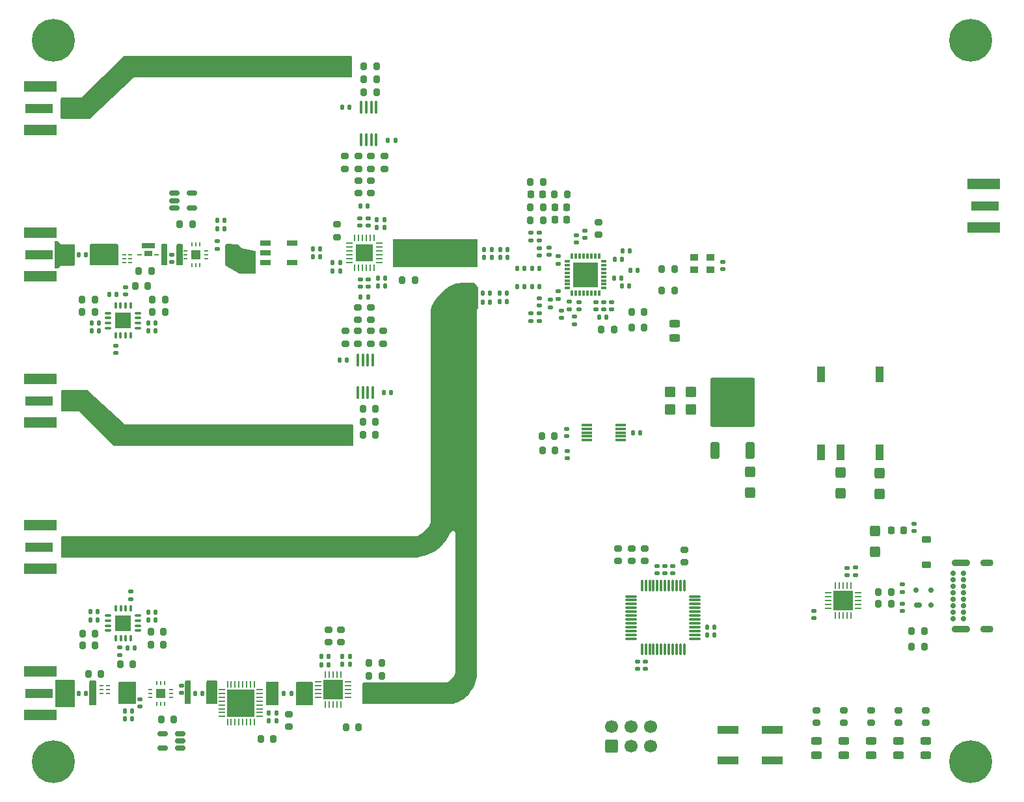
<source format=gbr>
%TF.GenerationSoftware,KiCad,Pcbnew,8.0.0*%
%TF.CreationDate,2024-03-17T22:04:36-04:00*%
%TF.ProjectId,S-Band Transceiver,532d4261-6e64-4205-9472-616e73636569,v1.0*%
%TF.SameCoordinates,Original*%
%TF.FileFunction,Soldermask,Top*%
%TF.FilePolarity,Negative*%
%FSLAX46Y46*%
G04 Gerber Fmt 4.6, Leading zero omitted, Abs format (unit mm)*
G04 Created by KiCad (PCBNEW 8.0.0) date 2024-03-17 22:04:36*
%MOMM*%
%LPD*%
G01*
G04 APERTURE LIST*
G04 Aperture macros list*
%AMRoundRect*
0 Rectangle with rounded corners*
0 $1 Rounding radius*
0 $2 $3 $4 $5 $6 $7 $8 $9 X,Y pos of 4 corners*
0 Add a 4 corners polygon primitive as box body*
4,1,4,$2,$3,$4,$5,$6,$7,$8,$9,$2,$3,0*
0 Add four circle primitives for the rounded corners*
1,1,$1+$1,$2,$3*
1,1,$1+$1,$4,$5*
1,1,$1+$1,$6,$7*
1,1,$1+$1,$8,$9*
0 Add four rect primitives between the rounded corners*
20,1,$1+$1,$2,$3,$4,$5,0*
20,1,$1+$1,$4,$5,$6,$7,0*
20,1,$1+$1,$6,$7,$8,$9,0*
20,1,$1+$1,$8,$9,$2,$3,0*%
G04 Aperture macros list end*
%ADD10RoundRect,0.200000X0.200000X0.275000X-0.200000X0.275000X-0.200000X-0.275000X0.200000X-0.275000X0*%
%ADD11RoundRect,0.140000X-0.170000X0.140000X-0.170000X-0.140000X0.170000X-0.140000X0.170000X0.140000X0*%
%ADD12C,5.562600*%
%ADD13RoundRect,0.147500X-0.172500X0.147500X-0.172500X-0.147500X0.172500X-0.147500X0.172500X0.147500X0*%
%ADD14RoundRect,0.147500X0.172500X-0.147500X0.172500X0.147500X-0.172500X0.147500X-0.172500X-0.147500X0*%
%ADD15RoundRect,0.140000X-0.140000X-0.170000X0.140000X-0.170000X0.140000X0.170000X-0.140000X0.170000X0*%
%ADD16RoundRect,0.140000X0.140000X0.170000X-0.140000X0.170000X-0.140000X-0.170000X0.140000X-0.170000X0*%
%ADD17RoundRect,0.218750X0.218750X0.256250X-0.218750X0.256250X-0.218750X-0.256250X0.218750X-0.256250X0*%
%ADD18RoundRect,0.140000X0.170000X-0.140000X0.170000X0.140000X-0.170000X0.140000X-0.170000X-0.140000X0*%
%ADD19RoundRect,0.200000X-0.200000X-0.275000X0.200000X-0.275000X0.200000X0.275000X-0.200000X0.275000X0*%
%ADD20RoundRect,0.200000X-0.275000X0.200000X-0.275000X-0.200000X0.275000X-0.200000X0.275000X0.200000X0*%
%ADD21RoundRect,0.062500X0.062500X-0.375000X0.062500X0.375000X-0.062500X0.375000X-0.062500X-0.375000X0*%
%ADD22RoundRect,0.062500X0.375000X-0.062500X0.375000X0.062500X-0.375000X0.062500X-0.375000X-0.062500X0*%
%ADD23R,2.300000X2.300000*%
%ADD24RoundRect,0.225000X-0.225000X-0.250000X0.225000X-0.250000X0.225000X0.250000X-0.225000X0.250000X0*%
%ADD25C,0.700000*%
%ADD26O,2.400000X0.900000*%
%ADD27O,1.700000X0.900000*%
%ADD28RoundRect,0.147500X0.147500X0.172500X-0.147500X0.172500X-0.147500X-0.172500X0.147500X-0.172500X0*%
%ADD29RoundRect,0.200000X0.275000X-0.200000X0.275000X0.200000X-0.275000X0.200000X-0.275000X-0.200000X0*%
%ADD30R,1.000000X0.900000*%
%ADD31RoundRect,0.062500X0.337500X0.062500X-0.337500X0.062500X-0.337500X-0.062500X0.337500X-0.062500X0*%
%ADD32RoundRect,0.062500X0.062500X0.337500X-0.062500X0.337500X-0.062500X-0.337500X0.062500X-0.337500X0*%
%ADD33R,3.600000X3.600000*%
%ADD34RoundRect,0.225000X-0.375000X0.225000X-0.375000X-0.225000X0.375000X-0.225000X0.375000X0.225000X0*%
%ADD35RoundRect,0.250000X-0.425000X0.450000X-0.425000X-0.450000X0.425000X-0.450000X0.425000X0.450000X0*%
%ADD36RoundRect,0.100000X-0.100000X0.712500X-0.100000X-0.712500X0.100000X-0.712500X0.100000X0.712500X0*%
%ADD37RoundRect,0.250000X0.450000X0.425000X-0.450000X0.425000X-0.450000X-0.425000X0.450000X-0.425000X0*%
%ADD38R,0.300000X0.800000*%
%ADD39R,0.800000X0.300000*%
%ADD40R,3.250000X3.250000*%
%ADD41RoundRect,0.250000X0.600000X-0.600000X0.600000X0.600000X-0.600000X0.600000X-0.600000X-0.600000X0*%
%ADD42C,1.700000*%
%ADD43RoundRect,0.150000X0.512500X0.150000X-0.512500X0.150000X-0.512500X-0.150000X0.512500X-0.150000X0*%
%ADD44RoundRect,0.075000X-0.350000X-0.075000X0.350000X-0.075000X0.350000X0.075000X-0.350000X0.075000X0*%
%ADD45RoundRect,0.075000X-0.075000X-0.350000X0.075000X-0.350000X0.075000X0.350000X-0.075000X0.350000X0*%
%ADD46R,2.100000X2.100000*%
%ADD47R,0.550000X0.250000*%
%ADD48R,4.200000X1.350000*%
%ADD49R,3.600000X1.270000*%
%ADD50RoundRect,0.243750X0.456250X-0.243750X0.456250X0.243750X-0.456250X0.243750X-0.456250X-0.243750X0*%
%ADD51R,2.750000X1.000000*%
%ADD52R,1.400000X0.300000*%
%ADD53R,0.300000X0.250000*%
%ADD54RoundRect,0.125000X-0.175000X0.000000X0.175000X0.000000X0.175000X0.000000X-0.175000X0.000000X0*%
%ADD55R,1.000000X0.726000*%
%ADD56R,1.792000X0.736000*%
%ADD57RoundRect,0.062500X0.062500X-0.350000X0.062500X0.350000X-0.062500X0.350000X-0.062500X-0.350000X0*%
%ADD58RoundRect,0.062500X0.350000X-0.062500X0.350000X0.062500X-0.350000X0.062500X-0.350000X-0.062500X0*%
%ADD59R,2.500000X2.500000*%
%ADD60RoundRect,0.147500X-0.147500X-0.172500X0.147500X-0.172500X0.147500X0.172500X-0.147500X0.172500X0*%
%ADD61R,1.000000X2.100000*%
%ADD62RoundRect,0.075000X0.350000X0.075000X-0.350000X0.075000X-0.350000X-0.075000X0.350000X-0.075000X0*%
%ADD63RoundRect,0.075000X0.075000X0.350000X-0.075000X0.350000X-0.075000X-0.350000X0.075000X-0.350000X0*%
%ADD64R,1.400000X0.760000*%
%ADD65RoundRect,0.250000X0.425000X-0.450000X0.425000X0.450000X-0.425000X0.450000X-0.425000X-0.450000X0*%
%ADD66RoundRect,0.150000X-0.512500X-0.150000X0.512500X-0.150000X0.512500X0.150000X-0.512500X0.150000X0*%
%ADD67R,0.510000X0.250000*%
%ADD68R,0.250000X0.510000*%
%ADD69R,1.250000X1.250000*%
%ADD70RoundRect,0.062500X0.350000X0.062500X-0.350000X0.062500X-0.350000X-0.062500X0.350000X-0.062500X0*%
%ADD71RoundRect,0.062500X0.062500X0.350000X-0.062500X0.350000X-0.062500X-0.350000X0.062500X-0.350000X0*%
%ADD72RoundRect,0.075000X-0.662500X-0.075000X0.662500X-0.075000X0.662500X0.075000X-0.662500X0.075000X0*%
%ADD73RoundRect,0.075000X-0.075000X-0.662500X0.075000X-0.662500X0.075000X0.662500X-0.075000X0.662500X0*%
%ADD74RoundRect,0.150000X0.150000X-0.200000X0.150000X0.200000X-0.150000X0.200000X-0.150000X-0.200000X0*%
%ADD75RoundRect,0.175000X0.325000X-0.175000X0.325000X0.175000X-0.325000X0.175000X-0.325000X-0.175000X0*%
%ADD76RoundRect,0.250000X0.350000X-0.850000X0.350000X0.850000X-0.350000X0.850000X-0.350000X-0.850000X0*%
%ADD77RoundRect,0.249997X2.650003X-2.950003X2.650003X2.950003X-2.650003X2.950003X-2.650003X-2.950003X0*%
G04 APERTURE END LIST*
D10*
%TO.C,R66*%
X144208000Y-64643000D03*
X142558000Y-64643000D03*
%TD*%
D11*
%TO.C,C97*%
X146939000Y-97691000D03*
X146939000Y-98651000D03*
%TD*%
%TO.C,C96*%
X145923000Y-97691000D03*
X145923000Y-98651000D03*
%TD*%
D12*
%TO.C,H4*%
X186690000Y-123190000D03*
%TD*%
%TO.C,H3*%
X67310000Y-123190000D03*
%TD*%
%TO.C,H2*%
X186690000Y-29210000D03*
%TD*%
%TO.C,H1*%
X67310000Y-29210000D03*
%TD*%
D13*
%TO.C,L17*%
X82753200Y-57173000D03*
X82753200Y-58143000D03*
%TD*%
D14*
%TO.C,L9*%
X83970000Y-114277000D03*
X83970000Y-113307000D03*
%TD*%
D15*
%TO.C,C95*%
X103681400Y-58216800D03*
X104641400Y-58216800D03*
%TD*%
%TO.C,C94*%
X103681400Y-59283600D03*
X104641400Y-59283600D03*
%TD*%
D16*
%TO.C,C93*%
X109555200Y-60198000D03*
X110515200Y-60198000D03*
%TD*%
%TO.C,C92*%
X109555200Y-61214000D03*
X110515200Y-61214000D03*
%TD*%
D17*
%TO.C,L16*%
X177978000Y-93091000D03*
X176403000Y-93091000D03*
%TD*%
D18*
%TO.C,C9*%
X136525000Y-54963000D03*
X136525000Y-54003000D03*
%TD*%
D19*
%TO.C,R33*%
X76035400Y-110490000D03*
X77685400Y-110490000D03*
%TD*%
D11*
%TO.C,C43*%
X177800000Y-102644000D03*
X177800000Y-103604000D03*
%TD*%
D16*
%TO.C,C70*%
X71600000Y-114300000D03*
X70640000Y-114300000D03*
%TD*%
D11*
%TO.C,C37*%
X143383000Y-110137000D03*
X143383000Y-111097000D03*
%TD*%
D20*
%TO.C,R24*%
X177292000Y-116523000D03*
X177292000Y-118173000D03*
%TD*%
D16*
%TO.C,C60*%
X86713000Y-114300000D03*
X85753000Y-114300000D03*
%TD*%
D14*
%TO.C,L10*%
X78613000Y-116055000D03*
X78613000Y-115085000D03*
%TD*%
D19*
%TO.C,R13*%
X130910000Y-80810000D03*
X132560000Y-80810000D03*
%TD*%
D21*
%TO.C,U15*%
X106569000Y-58833500D03*
X107069000Y-58833500D03*
X107569000Y-58833500D03*
X108069000Y-58833500D03*
X108569000Y-58833500D03*
X109069000Y-58833500D03*
D22*
X109756500Y-58146000D03*
X109756500Y-57646000D03*
X109756500Y-57146000D03*
X109756500Y-56646000D03*
X109756500Y-56146000D03*
X109756500Y-55646000D03*
D21*
X109069000Y-54958500D03*
X108569000Y-54958500D03*
X108069000Y-54958500D03*
X107569000Y-54958500D03*
X107069000Y-54958500D03*
X106569000Y-54958500D03*
D22*
X105881500Y-55646000D03*
X105881500Y-56146000D03*
X105881500Y-56646000D03*
X105881500Y-57146000D03*
X105881500Y-57646000D03*
X105881500Y-58146000D03*
D23*
X107819000Y-56896000D03*
%TD*%
D10*
%TO.C,R45*%
X112713000Y-60452000D03*
X114363000Y-60452000D03*
%TD*%
%TO.C,R19*%
X174689000Y-101092000D03*
X176339000Y-101092000D03*
%TD*%
D18*
%TO.C,C11*%
X131863600Y-57198200D03*
X131863600Y-56238200D03*
%TD*%
D10*
%TO.C,R29*%
X110045000Y-110363000D03*
X108395000Y-110363000D03*
%TD*%
D24*
%TO.C,C22*%
X132599600Y-50977800D03*
X134149600Y-50977800D03*
%TD*%
D15*
%TO.C,C53*%
X102216300Y-109511600D03*
X103176300Y-109511600D03*
%TD*%
D16*
%TO.C,C30*%
X126450800Y-56515000D03*
X125490800Y-56515000D03*
%TD*%
D19*
%TO.C,R59*%
X78423000Y-59309000D03*
X80073000Y-59309000D03*
%TD*%
D16*
%TO.C,C74*%
X104576800Y-70863600D03*
X105536800Y-70863600D03*
%TD*%
D25*
%TO.C,J4*%
X184443000Y-104575000D03*
X184443000Y-103725000D03*
X184443000Y-102875000D03*
X184443000Y-102025000D03*
X184443000Y-101175000D03*
X184443000Y-100325000D03*
X184443000Y-99475000D03*
X184443000Y-98625000D03*
X185793000Y-98625000D03*
X185793000Y-99475000D03*
X185793000Y-100325000D03*
X185793000Y-101175000D03*
X185793000Y-102025000D03*
X185793000Y-102875000D03*
X185793000Y-103725000D03*
X185793000Y-104575000D03*
D26*
X185423000Y-105925000D03*
D27*
X188803000Y-105925000D03*
D26*
X185423000Y-97275000D03*
D27*
X188803000Y-97275000D03*
%TD*%
D16*
%TO.C,C79*%
X102080000Y-56388000D03*
X101120000Y-56388000D03*
%TD*%
D28*
%TO.C,L8*%
X124169800Y-63322200D03*
X123199800Y-63322200D03*
%TD*%
D14*
%TO.C,L12*%
X108306400Y-53367800D03*
X108306400Y-52397800D03*
%TD*%
D15*
%TO.C,C86*%
X72291000Y-67056000D03*
X73251000Y-67056000D03*
%TD*%
D16*
%TO.C,C66*%
X80617000Y-104775000D03*
X79657000Y-104775000D03*
%TD*%
D29*
%TO.C,R39*%
X106987200Y-63993400D03*
X106987200Y-65643400D03*
%TD*%
D28*
%TO.C,L3*%
X130598600Y-61290200D03*
X129628600Y-61290200D03*
%TD*%
D29*
%TO.C,R50*%
X105281400Y-45960800D03*
X105281400Y-44310800D03*
%TD*%
D16*
%TO.C,C33*%
X126349200Y-63271400D03*
X125389200Y-63271400D03*
%TD*%
D18*
%TO.C,C63*%
X75996800Y-109293600D03*
X75996800Y-108333600D03*
%TD*%
D30*
%TO.C,X1*%
X152840000Y-57531000D03*
X150690000Y-57531000D03*
X150690000Y-59081000D03*
X152840000Y-59081000D03*
%TD*%
D16*
%TO.C,C19*%
X142339000Y-56642000D03*
X141379000Y-56642000D03*
%TD*%
D10*
%TO.C,R20*%
X180657000Y-106172000D03*
X179007000Y-106172000D03*
%TD*%
D31*
%TO.C,U8*%
X94181000Y-117316000D03*
X94181000Y-116816000D03*
X94181000Y-116316000D03*
X94181000Y-115816000D03*
X94181000Y-115316000D03*
X94181000Y-114816000D03*
X94181000Y-114316000D03*
X94181000Y-113816000D03*
D32*
X93481000Y-113116000D03*
X92981000Y-113116000D03*
X92481000Y-113116000D03*
X91981000Y-113116000D03*
X91481000Y-113116000D03*
X90981000Y-113116000D03*
X90481000Y-113116000D03*
X89981000Y-113116000D03*
D31*
X89281000Y-113816000D03*
X89281000Y-114316000D03*
X89281000Y-114816000D03*
X89281000Y-115316000D03*
X89281000Y-115816000D03*
X89281000Y-116316000D03*
X89281000Y-116816000D03*
X89281000Y-117316000D03*
D32*
X89981000Y-118016000D03*
X90481000Y-118016000D03*
X90981000Y-118016000D03*
X91481000Y-118016000D03*
X91981000Y-118016000D03*
X92481000Y-118016000D03*
X92981000Y-118016000D03*
X93481000Y-118016000D03*
D33*
X91731000Y-115566000D03*
%TD*%
D16*
%TO.C,C62*%
X77569000Y-117602000D03*
X76609000Y-117602000D03*
%TD*%
D15*
%TO.C,C87*%
X72291000Y-66040000D03*
X73251000Y-66040000D03*
%TD*%
D20*
%TO.C,R49*%
X110238400Y-68742200D03*
X110238400Y-67092200D03*
%TD*%
D18*
%TO.C,C1*%
X154432000Y-59040000D03*
X154432000Y-58080000D03*
%TD*%
D20*
%TO.C,R23*%
X180848000Y-116523000D03*
X180848000Y-118173000D03*
%TD*%
D34*
%TO.C,D8*%
X180953500Y-94257500D03*
X180953500Y-97557500D03*
%TD*%
D14*
%TO.C,L14*%
X107209400Y-53367800D03*
X107209400Y-52397800D03*
%TD*%
D35*
%TO.C,C49*%
X157988000Y-85483000D03*
X157988000Y-88183000D03*
%TD*%
D36*
%TO.C,U14*%
X108902400Y-75084700D03*
X108252400Y-75084700D03*
X107602400Y-75084700D03*
X106952400Y-75084700D03*
X106952400Y-70859700D03*
X107602400Y-70859700D03*
X108252400Y-70859700D03*
X108902400Y-70859700D03*
%TD*%
D37*
%TO.C,C50*%
X150321000Y-75057000D03*
X147621000Y-75057000D03*
%TD*%
D38*
%TO.C,U1*%
X138338000Y-57366200D03*
X137838000Y-57366200D03*
X137338000Y-57366200D03*
X136838000Y-57366200D03*
X136338000Y-57366200D03*
X135838000Y-57366200D03*
X135338000Y-57366200D03*
X134838000Y-57366200D03*
D39*
X134188000Y-58016200D03*
X134188000Y-58516200D03*
X134188000Y-59016200D03*
X134188000Y-59516200D03*
X134188000Y-60016200D03*
X134188000Y-60516200D03*
X134188000Y-61016200D03*
X134188000Y-61516200D03*
D38*
X134838000Y-62166200D03*
X135338000Y-62166200D03*
X135838000Y-62166200D03*
X136338000Y-62166200D03*
X136838000Y-62166200D03*
X137338000Y-62166200D03*
X137838000Y-62166200D03*
X138338000Y-62166200D03*
D39*
X138988000Y-61516200D03*
X138988000Y-61016200D03*
X138988000Y-60516200D03*
X138988000Y-60016200D03*
X138988000Y-59516200D03*
X138988000Y-59016200D03*
X138988000Y-58516200D03*
X138988000Y-58016200D03*
D40*
X136588000Y-59766200D03*
%TD*%
D10*
%TO.C,R58*%
X109406000Y-32639000D03*
X107756000Y-32639000D03*
%TD*%
D15*
%TO.C,C89*%
X79657000Y-67056000D03*
X80617000Y-67056000D03*
%TD*%
D11*
%TO.C,C39*%
X134180000Y-82730000D03*
X134180000Y-83690000D03*
%TD*%
D18*
%TO.C,C10*%
X135382000Y-55598000D03*
X135382000Y-54638000D03*
%TD*%
D41*
%TO.C,J3*%
X139954000Y-121158000D03*
D42*
X139954000Y-118618000D03*
X142494000Y-121158000D03*
X142494000Y-118618000D03*
X145034000Y-121158000D03*
X145034000Y-118618000D03*
%TD*%
D16*
%TO.C,C31*%
X126450800Y-57531000D03*
X125490800Y-57531000D03*
%TD*%
D19*
%TO.C,R35*%
X71120000Y-106553000D03*
X72770000Y-106553000D03*
%TD*%
%TO.C,R63*%
X71057000Y-64643000D03*
X72707000Y-64643000D03*
%TD*%
D10*
%TO.C,R32*%
X82994000Y-117729000D03*
X81344000Y-117729000D03*
%TD*%
D15*
%TO.C,C8*%
X142435200Y-59207400D03*
X143395200Y-59207400D03*
%TD*%
D11*
%TO.C,C46*%
X166271000Y-103533000D03*
X166271000Y-104493000D03*
%TD*%
D19*
%TO.C,R55*%
X107756000Y-35991800D03*
X109406000Y-35991800D03*
%TD*%
D15*
%TO.C,C73*%
X111277200Y-75080000D03*
X110317200Y-75080000D03*
%TD*%
D13*
%TO.C,L11*%
X107264200Y-61341000D03*
X107264200Y-60371000D03*
%TD*%
D18*
%TO.C,C2*%
X135114800Y-66189800D03*
X135114800Y-65229800D03*
%TD*%
D29*
%TO.C,R43*%
X106987200Y-67092200D03*
X106987200Y-68742200D03*
%TD*%
D13*
%TO.C,L13*%
X108331000Y-61341000D03*
X108331000Y-60371000D03*
%TD*%
D19*
%TO.C,R4*%
X138621000Y-66929000D03*
X140271000Y-66929000D03*
%TD*%
D20*
%TO.C,R48*%
X108647400Y-44310800D03*
X108647400Y-45960800D03*
%TD*%
D43*
%TO.C,U9*%
X83814500Y-121473000D03*
X83814500Y-120523000D03*
X83814500Y-119573000D03*
X81539500Y-119573000D03*
X81539500Y-121473000D03*
%TD*%
D44*
%TO.C,U20*%
X74459000Y-64770000D03*
X74459000Y-65420000D03*
X74459000Y-66070000D03*
X74459000Y-66720000D03*
D45*
X75434000Y-67695000D03*
X76084000Y-67695000D03*
X76734000Y-67695000D03*
X77384000Y-67695000D03*
D44*
X78359000Y-66720000D03*
X78359000Y-66070000D03*
X78359000Y-65420000D03*
X78359000Y-64770000D03*
D45*
X77384000Y-63795000D03*
X76734000Y-63795000D03*
X76084000Y-63795000D03*
X75434000Y-63795000D03*
D46*
X76409000Y-65745000D03*
%TD*%
D10*
%TO.C,R2*%
X148145000Y-61849000D03*
X146495000Y-61849000D03*
%TD*%
D47*
%TO.C,U19*%
X76543000Y-57166000D03*
X76543000Y-57666000D03*
X76543000Y-58166000D03*
X77343000Y-58166000D03*
X77343000Y-57666000D03*
X77343000Y-57166000D03*
%TD*%
D29*
%TO.C,R17*%
X140843000Y-97091000D03*
X140843000Y-95441000D03*
%TD*%
D11*
%TO.C,C47*%
X179324000Y-92230000D03*
X179324000Y-93190000D03*
%TD*%
D19*
%TO.C,R5*%
X129413000Y-47726600D03*
X131063000Y-47726600D03*
%TD*%
D16*
%TO.C,C85*%
X71600000Y-57150000D03*
X70640000Y-57150000D03*
%TD*%
%TO.C,C36*%
X153388000Y-105664000D03*
X152428000Y-105664000D03*
%TD*%
D48*
%TO.C,J5*%
X65659000Y-117125000D03*
X65659000Y-111475000D03*
D49*
X65459000Y-114300000D03*
%TD*%
D50*
%TO.C,D5*%
X173736000Y-122349500D03*
X173736000Y-120474500D03*
%TD*%
D19*
%TO.C,R14*%
X130975000Y-82690000D03*
X132625000Y-82690000D03*
%TD*%
D20*
%TO.C,R12*%
X170180000Y-116523000D03*
X170180000Y-118173000D03*
%TD*%
D28*
%TO.C,L7*%
X124169800Y-62204600D03*
X123199800Y-62204600D03*
%TD*%
D16*
%TO.C,C81*%
X89623000Y-52705000D03*
X88663000Y-52705000D03*
%TD*%
%TO.C,C76*%
X110381800Y-53644800D03*
X109421800Y-53644800D03*
%TD*%
%TO.C,C35*%
X153388000Y-106680000D03*
X152428000Y-106680000D03*
%TD*%
D18*
%TO.C,C12*%
X133032000Y-58315800D03*
X133032000Y-57355800D03*
%TD*%
D11*
%TO.C,C28*%
X129453200Y-64826000D03*
X129453200Y-65786000D03*
%TD*%
D50*
%TO.C,D3*%
X170180000Y-122349500D03*
X170180000Y-120474500D03*
%TD*%
D10*
%TO.C,R30*%
X95979600Y-120280800D03*
X94329600Y-120280800D03*
%TD*%
D15*
%TO.C,C56*%
X104959500Y-110527600D03*
X105919500Y-110527600D03*
%TD*%
%TO.C,C71*%
X110874600Y-42240200D03*
X111834600Y-42240200D03*
%TD*%
D19*
%TO.C,R9*%
X142558000Y-66675000D03*
X144208000Y-66675000D03*
%TD*%
D51*
%TO.C,SW1*%
X160863000Y-123063000D03*
X155113000Y-123063000D03*
X160863000Y-119063000D03*
X155113000Y-119063000D03*
%TD*%
D15*
%TO.C,C90*%
X79657000Y-66040000D03*
X80617000Y-66040000D03*
%TD*%
D11*
%TO.C,C14*%
X133032000Y-61927800D03*
X133032000Y-62887800D03*
%TD*%
D49*
%TO.C,J8*%
X65459000Y-57150000D03*
D48*
X65659000Y-54325000D03*
X65659000Y-59975000D03*
%TD*%
D52*
%TO.C,U3*%
X136720000Y-79330000D03*
X136720000Y-79830000D03*
X136720000Y-80330000D03*
X136720000Y-80830000D03*
X136720000Y-81330000D03*
X141120000Y-81330000D03*
X141120000Y-80830000D03*
X141120000Y-80330000D03*
X141120000Y-79830000D03*
X141120000Y-79330000D03*
%TD*%
D15*
%TO.C,C55*%
X104959500Y-109460800D03*
X105919500Y-109460800D03*
%TD*%
D10*
%TO.C,R54*%
X109406000Y-34340800D03*
X107756000Y-34340800D03*
%TD*%
%TO.C,R1*%
X148145000Y-59055000D03*
X146495000Y-59055000D03*
%TD*%
D13*
%TO.C,L15*%
X88658000Y-55418000D03*
X88658000Y-56388000D03*
%TD*%
D18*
%TO.C,C5*%
X137908800Y-64310200D03*
X137908800Y-63350200D03*
%TD*%
D29*
%TO.C,R15*%
X144272000Y-97091000D03*
X144272000Y-95441000D03*
%TD*%
D18*
%TO.C,C40*%
X134120000Y-80820000D03*
X134120000Y-79860000D03*
%TD*%
D53*
%TO.C,U18*%
X78458000Y-57150000D03*
D54*
X78608000Y-57150000D03*
X80708000Y-57150000D03*
D53*
X80858000Y-57150000D03*
D55*
X79658000Y-57010000D03*
D56*
X79658000Y-55950000D03*
%TD*%
D16*
%TO.C,C78*%
X108260000Y-50850800D03*
X107300000Y-50850800D03*
%TD*%
D14*
%TO.C,L1*%
X130570800Y-57254000D03*
X130570800Y-56284000D03*
%TD*%
D16*
%TO.C,C69*%
X73124000Y-104775000D03*
X72164000Y-104775000D03*
%TD*%
D20*
%TO.C,R47*%
X106996400Y-44310800D03*
X106996400Y-45960800D03*
%TD*%
%TO.C,R46*%
X105361600Y-68742200D03*
X105361600Y-67092200D03*
%TD*%
D57*
%TO.C,U4*%
X169112300Y-104134700D03*
X169612300Y-104134700D03*
X170112300Y-104134700D03*
X170612300Y-104134700D03*
X171112300Y-104134700D03*
D58*
X172049800Y-103197200D03*
X172049800Y-102697200D03*
X172049800Y-102197200D03*
X172049800Y-101697200D03*
X172049800Y-101197200D03*
D57*
X171112300Y-100259700D03*
X170612300Y-100259700D03*
X170112300Y-100259700D03*
X169612300Y-100259700D03*
X169112300Y-100259700D03*
D58*
X168174800Y-101197200D03*
X168174800Y-101697200D03*
X168174800Y-102197200D03*
X168174800Y-102697200D03*
X168174800Y-103197200D03*
D59*
X170112300Y-102197200D03*
%TD*%
D19*
%TO.C,R6*%
X129400800Y-50977800D03*
X131050800Y-50977800D03*
%TD*%
D10*
%TO.C,R28*%
X107077300Y-118757200D03*
X105427300Y-118757200D03*
%TD*%
D19*
%TO.C,R57*%
X83757000Y-53213000D03*
X85407000Y-53213000D03*
%TD*%
D11*
%TO.C,C34*%
X147927000Y-97691000D03*
X147927000Y-98651000D03*
%TD*%
D19*
%TO.C,R36*%
X80010000Y-107950000D03*
X81660000Y-107950000D03*
%TD*%
%TO.C,R61*%
X80201000Y-64643000D03*
X81851000Y-64643000D03*
%TD*%
D15*
%TO.C,C54*%
X102216300Y-110578400D03*
X103176300Y-110578400D03*
%TD*%
D16*
%TO.C,C57*%
X98298000Y-114337200D03*
X97338000Y-114337200D03*
%TD*%
D10*
%TO.C,R18*%
X176339000Y-102616000D03*
X174689000Y-102616000D03*
%TD*%
D18*
%TO.C,C15*%
X133477000Y-65377000D03*
X133477000Y-64417000D03*
%TD*%
D60*
%TO.C,L2*%
X129623400Y-58953400D03*
X130593400Y-58953400D03*
%TD*%
D19*
%TO.C,R53*%
X109260000Y-77213600D03*
X107610000Y-77213600D03*
%TD*%
D29*
%TO.C,R44*%
X108612800Y-67092200D03*
X108612800Y-68742200D03*
%TD*%
D18*
%TO.C,C3*%
X135763000Y-64310200D03*
X135763000Y-63350200D03*
%TD*%
D10*
%TO.C,R7*%
X131063000Y-52654200D03*
X129413000Y-52654200D03*
%TD*%
D29*
%TO.C,R26*%
X103102700Y-107644200D03*
X103102700Y-105994200D03*
%TD*%
D19*
%TO.C,R64*%
X80201000Y-62992000D03*
X81851000Y-62992000D03*
%TD*%
D29*
%TO.C,R16*%
X142621000Y-97091000D03*
X142621000Y-95441000D03*
%TD*%
D35*
%TO.C,C51*%
X169799000Y-85518000D03*
X169799000Y-88218000D03*
%TD*%
D16*
%TO.C,C32*%
X126349200Y-62153800D03*
X125389200Y-62153800D03*
%TD*%
D35*
%TO.C,C48*%
X174244000Y-93138000D03*
X174244000Y-95838000D03*
%TD*%
D28*
%TO.C,L6*%
X124373000Y-57531000D03*
X123403000Y-57531000D03*
%TD*%
D36*
%TO.C,U13*%
X109345400Y-37989800D03*
X108695400Y-37989800D03*
X108045400Y-37989800D03*
X107395400Y-37989800D03*
X107395400Y-42214800D03*
X108045400Y-42214800D03*
X108695400Y-42214800D03*
X109345400Y-42214800D03*
%TD*%
D29*
%TO.C,R52*%
X110425400Y-45960800D03*
X110425400Y-44310800D03*
%TD*%
D16*
%TO.C,C77*%
X107320000Y-62634000D03*
X108280000Y-62634000D03*
%TD*%
D61*
%TO.C,U6*%
X167259000Y-82931000D03*
X169799000Y-82931000D03*
X174879000Y-82931000D03*
X174879000Y-72771000D03*
X167259000Y-72771000D03*
%TD*%
D20*
%TO.C,R11*%
X166624000Y-116523000D03*
X166624000Y-118173000D03*
%TD*%
D16*
%TO.C,C65*%
X80617000Y-103759000D03*
X79657000Y-103759000D03*
%TD*%
D62*
%TO.C,U12*%
X78372800Y-106140800D03*
X78372800Y-105490800D03*
X78372800Y-104840800D03*
X78372800Y-104190800D03*
D63*
X77397800Y-103215800D03*
X76747800Y-103215800D03*
X76097800Y-103215800D03*
X75447800Y-103215800D03*
D62*
X74472800Y-104190800D03*
X74472800Y-104840800D03*
X74472800Y-105490800D03*
X74472800Y-106140800D03*
D63*
X75447800Y-107115800D03*
X76097800Y-107115800D03*
X76747800Y-107115800D03*
X77397800Y-107115800D03*
D46*
X76422800Y-105165800D03*
%TD*%
D11*
%TO.C,C83*%
X76708000Y-61369000D03*
X76708000Y-62329000D03*
%TD*%
D20*
%TO.C,R42*%
X106996400Y-47485800D03*
X106996400Y-49135800D03*
%TD*%
D16*
%TO.C,C41*%
X143736000Y-80391000D03*
X142776000Y-80391000D03*
%TD*%
D10*
%TO.C,R21*%
X180657000Y-108204000D03*
X179007000Y-108204000D03*
%TD*%
D16*
%TO.C,C26*%
X128658000Y-58953400D03*
X127698000Y-58953400D03*
%TD*%
D18*
%TO.C,C24*%
X130593600Y-55267800D03*
X130593600Y-54307800D03*
%TD*%
D11*
%TO.C,C29*%
X130542800Y-64823400D03*
X130542800Y-65783400D03*
%TD*%
D16*
%TO.C,C82*%
X89623000Y-53749000D03*
X88663000Y-53749000D03*
%TD*%
D15*
%TO.C,C64*%
X76990000Y-108356400D03*
X77950000Y-108356400D03*
%TD*%
D50*
%TO.C,D6*%
X180848000Y-122349500D03*
X180848000Y-120474500D03*
%TD*%
D11*
%TO.C,C38*%
X144399000Y-110137000D03*
X144399000Y-111097000D03*
%TD*%
D28*
%TO.C,L5*%
X124373000Y-56515000D03*
X123403000Y-56515000D03*
%TD*%
D10*
%TO.C,R27*%
X110045000Y-112014000D03*
X108395000Y-112014000D03*
%TD*%
D64*
%TO.C,TR1*%
X98362000Y-58166000D03*
X98362000Y-55626000D03*
X94932000Y-55626000D03*
X94932000Y-56896000D03*
X94932000Y-58166000D03*
%TD*%
D10*
%TO.C,R37*%
X81660000Y-106299000D03*
X80010000Y-106299000D03*
%TD*%
D65*
%TO.C,C52*%
X174879000Y-88345000D03*
X174879000Y-85645000D03*
%TD*%
D16*
%TO.C,C4*%
X138331000Y-65278000D03*
X139291000Y-65278000D03*
%TD*%
%TO.C,C80*%
X102080000Y-57404000D03*
X101120000Y-57404000D03*
%TD*%
D18*
%TO.C,C25*%
X129453200Y-55267800D03*
X129453200Y-54307800D03*
%TD*%
D49*
%TO.C,J1*%
X188577500Y-50800000D03*
D48*
X188377500Y-53625000D03*
X188377500Y-47975000D03*
%TD*%
D66*
%TO.C,U17*%
X83058000Y-49154000D03*
X83058000Y-50104000D03*
X83058000Y-51054000D03*
X85333000Y-51054000D03*
X85333000Y-49154000D03*
%TD*%
D11*
%TO.C,C44*%
X171704000Y-97917000D03*
X171704000Y-98877000D03*
%TD*%
D18*
%TO.C,C16*%
X134454400Y-64259400D03*
X134454400Y-63299400D03*
%TD*%
D10*
%TO.C,R56*%
X107610000Y-80642600D03*
X109260000Y-80642600D03*
%TD*%
D20*
%TO.C,R65*%
X104212200Y-53226200D03*
X104212200Y-54876200D03*
%TD*%
D29*
%TO.C,R31*%
X97948600Y-118667400D03*
X97948600Y-117017400D03*
%TD*%
D24*
%TO.C,C23*%
X129450000Y-49301400D03*
X131000000Y-49301400D03*
%TD*%
D18*
%TO.C,C6*%
X139940800Y-64310200D03*
X139940800Y-63350200D03*
%TD*%
%TO.C,C42*%
X177800000Y-101092000D03*
X177800000Y-100132000D03*
%TD*%
D29*
%TO.C,R40*%
X108646400Y-49135800D03*
X108646400Y-47485800D03*
%TD*%
D10*
%TO.C,R62*%
X72707000Y-62992000D03*
X71057000Y-62992000D03*
%TD*%
D14*
%TO.C,L4*%
X130542800Y-63807200D03*
X130542800Y-62837200D03*
%TD*%
D48*
%TO.C,J2*%
X65659000Y-98075000D03*
X65659000Y-92425000D03*
D49*
X65459000Y-95250000D03*
%TD*%
D16*
%TO.C,C20*%
X141323000Y-57785000D03*
X140363000Y-57785000D03*
%TD*%
D67*
%TO.C,U16*%
X84543000Y-56650000D03*
X84543000Y-57150000D03*
X84543000Y-57650000D03*
D68*
X85398000Y-58505000D03*
X85898000Y-58505000D03*
X86398000Y-58505000D03*
D67*
X87253000Y-57650000D03*
X87253000Y-57150000D03*
X87253000Y-56650000D03*
D68*
X86398000Y-55795000D03*
X85898000Y-55795000D03*
X85398000Y-55795000D03*
D69*
X85898000Y-57150000D03*
%TD*%
D16*
%TO.C,C59*%
X95385800Y-116826400D03*
X96345800Y-116826400D03*
%TD*%
D50*
%TO.C,D1*%
X148209000Y-67993500D03*
X148209000Y-66118500D03*
%TD*%
D20*
%TO.C,R41*%
X108612800Y-65643400D03*
X108612800Y-63993400D03*
%TD*%
D10*
%TO.C,R8*%
X134200400Y-49301400D03*
X132550400Y-49301400D03*
%TD*%
D49*
%TO.C,J7*%
X65459000Y-76200000D03*
D48*
X65659000Y-73375000D03*
X65659000Y-79025000D03*
%TD*%
D10*
%TO.C,R38*%
X72770000Y-108077000D03*
X71120000Y-108077000D03*
%TD*%
D70*
%TO.C,U7*%
X105680500Y-114800000D03*
X105680500Y-114300000D03*
X105680500Y-113800000D03*
X105680500Y-113300000D03*
X105680500Y-112800000D03*
D71*
X104743000Y-111862500D03*
X104243000Y-111862500D03*
X103743000Y-111862500D03*
X103243000Y-111862500D03*
X102743000Y-111862500D03*
D70*
X101805500Y-112800000D03*
X101805500Y-113300000D03*
X101805500Y-113800000D03*
X101805500Y-114300000D03*
X101805500Y-114800000D03*
D71*
X102743000Y-115737500D03*
X103243000Y-115737500D03*
X103743000Y-115737500D03*
X104243000Y-115737500D03*
X104743000Y-115737500D03*
D59*
X103743000Y-113800000D03*
%TD*%
D24*
%TO.C,C21*%
X132612600Y-52603400D03*
X134162600Y-52603400D03*
%TD*%
D16*
%TO.C,C72*%
X105891000Y-37973000D03*
X104931000Y-37973000D03*
%TD*%
D20*
%TO.C,R10*%
X149479000Y-95568000D03*
X149479000Y-97218000D03*
%TD*%
D16*
%TO.C,C58*%
X96345800Y-117842400D03*
X95385800Y-117842400D03*
%TD*%
D29*
%TO.C,R25*%
X104779100Y-107644200D03*
X104779100Y-105994200D03*
%TD*%
%TO.C,R3*%
X138264400Y-54546000D03*
X138264400Y-52896000D03*
%TD*%
D18*
%TO.C,C67*%
X77400000Y-102030000D03*
X77400000Y-101070000D03*
%TD*%
D19*
%TO.C,R60*%
X77979000Y-61214000D03*
X79629000Y-61214000D03*
%TD*%
D16*
%TO.C,C75*%
X110381800Y-52628800D03*
X109421800Y-52628800D03*
%TD*%
D72*
%TO.C,U2*%
X142519500Y-101668000D03*
X142519500Y-102168000D03*
X142519500Y-102668000D03*
X142519500Y-103168000D03*
X142519500Y-103668000D03*
X142519500Y-104168000D03*
X142519500Y-104668000D03*
X142519500Y-105168000D03*
X142519500Y-105668000D03*
X142519500Y-106168000D03*
X142519500Y-106668000D03*
X142519500Y-107168000D03*
D73*
X143932000Y-108580500D03*
X144432000Y-108580500D03*
X144932000Y-108580500D03*
X145432000Y-108580500D03*
X145932000Y-108580500D03*
X146432000Y-108580500D03*
X146932000Y-108580500D03*
X147432000Y-108580500D03*
X147932000Y-108580500D03*
X148432000Y-108580500D03*
X148932000Y-108580500D03*
X149432000Y-108580500D03*
D72*
X150844500Y-107168000D03*
X150844500Y-106668000D03*
X150844500Y-106168000D03*
X150844500Y-105668000D03*
X150844500Y-105168000D03*
X150844500Y-104668000D03*
X150844500Y-104168000D03*
X150844500Y-103668000D03*
X150844500Y-103168000D03*
X150844500Y-102668000D03*
X150844500Y-102168000D03*
X150844500Y-101668000D03*
D73*
X149432000Y-100255500D03*
X148932000Y-100255500D03*
X148432000Y-100255500D03*
X147932000Y-100255500D03*
X147432000Y-100255500D03*
X146932000Y-100255500D03*
X146432000Y-100255500D03*
X145932000Y-100255500D03*
X145432000Y-100255500D03*
X144932000Y-100255500D03*
X144432000Y-100255500D03*
X143932000Y-100255500D03*
%TD*%
D19*
%TO.C,R34*%
X71869800Y-111760000D03*
X73519800Y-111760000D03*
%TD*%
D47*
%TO.C,U11*%
X74428900Y-114300000D03*
X74428900Y-113800000D03*
X74428900Y-113300000D03*
X73628900Y-113300000D03*
X73628900Y-113800000D03*
X73628900Y-114300000D03*
%TD*%
D15*
%TO.C,C84*%
X74577000Y-62357000D03*
X75537000Y-62357000D03*
%TD*%
D50*
%TO.C,D7*%
X177292000Y-122349500D03*
X177292000Y-120474500D03*
%TD*%
D37*
%TO.C,C91*%
X150321000Y-77343000D03*
X147621000Y-77343000D03*
%TD*%
D49*
%TO.C,J6*%
X65459000Y-38100000D03*
D48*
X65659000Y-35275000D03*
X65659000Y-40925000D03*
%TD*%
D74*
%TO.C,D4*%
X179629900Y-100828600D03*
X181529900Y-100828600D03*
X181529900Y-102828600D03*
D75*
X179829900Y-102828600D03*
%TD*%
D50*
%TO.C,D2*%
X166624000Y-122349500D03*
X166624000Y-120474500D03*
%TD*%
D16*
%TO.C,C68*%
X73124000Y-103632000D03*
X72164000Y-103632000D03*
%TD*%
D20*
%TO.C,R22*%
X173736000Y-116523000D03*
X173736000Y-118173000D03*
%TD*%
D16*
%TO.C,C61*%
X77569000Y-116586000D03*
X76609000Y-116586000D03*
%TD*%
%TO.C,C17*%
X142300400Y-61239400D03*
X141340400Y-61239400D03*
%TD*%
D10*
%TO.C,R51*%
X107610000Y-78940800D03*
X109260000Y-78940800D03*
%TD*%
D18*
%TO.C,C7*%
X138924800Y-64310200D03*
X138924800Y-63350200D03*
%TD*%
D16*
%TO.C,C18*%
X141233600Y-60223400D03*
X140273600Y-60223400D03*
%TD*%
D11*
%TO.C,C13*%
X132016000Y-63045400D03*
X132016000Y-64005400D03*
%TD*%
D67*
%TO.C,U10*%
X82685800Y-114800000D03*
X82685800Y-114300000D03*
X82685800Y-113800000D03*
D68*
X81830800Y-112945000D03*
X81330800Y-112945000D03*
X80830800Y-112945000D03*
D67*
X79975800Y-113800000D03*
X79975800Y-114300000D03*
X79975800Y-114800000D03*
D68*
X80830800Y-115655000D03*
X81330800Y-115655000D03*
X81830800Y-115655000D03*
D69*
X81330800Y-114300000D03*
%TD*%
D11*
%TO.C,C45*%
X170600500Y-97945000D03*
X170600500Y-98905000D03*
%TD*%
%TO.C,C88*%
X75438000Y-68989000D03*
X75438000Y-69949000D03*
%TD*%
D16*
%TO.C,C27*%
X128663200Y-61290200D03*
X127703200Y-61290200D03*
%TD*%
D76*
%TO.C,U5*%
X153428000Y-82677000D03*
D77*
X155708000Y-76377000D03*
D76*
X157988000Y-82677000D03*
%TD*%
G36*
X101035039Y-112795685D02*
G01*
X101080794Y-112848489D01*
X101092000Y-112900000D01*
X101092000Y-115700000D01*
X101072315Y-115767039D01*
X101019511Y-115812794D01*
X100968000Y-115824000D01*
X99057000Y-115824000D01*
X98989961Y-115804315D01*
X98944206Y-115751511D01*
X98933000Y-115700000D01*
X98933000Y-112900000D01*
X98952685Y-112832961D01*
X99005489Y-112787206D01*
X99057000Y-112776000D01*
X100968000Y-112776000D01*
X101035039Y-112795685D01*
G37*
G36*
X96590039Y-112795685D02*
G01*
X96635794Y-112848489D01*
X96647000Y-112900000D01*
X96647000Y-115700000D01*
X96627315Y-115767039D01*
X96574511Y-115812794D01*
X96523000Y-115824000D01*
X95120000Y-115824000D01*
X95052961Y-115804315D01*
X95007206Y-115751511D01*
X94996000Y-115700000D01*
X94996000Y-112900000D01*
X95015685Y-112832961D01*
X95068489Y-112787206D01*
X95120000Y-112776000D01*
X96523000Y-112776000D01*
X96590039Y-112795685D01*
G37*
G36*
X88589039Y-112668685D02*
G01*
X88634794Y-112721489D01*
X88646000Y-112773000D01*
X88646000Y-115573000D01*
X88626315Y-115640039D01*
X88573511Y-115685794D01*
X88522000Y-115697000D01*
X87373000Y-115697000D01*
X87305961Y-115677315D01*
X87260206Y-115624511D01*
X87249000Y-115573000D01*
X87249000Y-112773000D01*
X87268685Y-112705961D01*
X87321489Y-112660206D01*
X87373000Y-112649000D01*
X88522000Y-112649000D01*
X88589039Y-112668685D01*
G37*
G36*
X85160039Y-112668685D02*
G01*
X85205794Y-112721489D01*
X85217000Y-112773000D01*
X85217000Y-115573000D01*
X85197315Y-115640039D01*
X85144511Y-115685794D01*
X85093000Y-115697000D01*
X84579000Y-115697000D01*
X84511961Y-115677315D01*
X84466206Y-115624511D01*
X84455000Y-115573000D01*
X84455000Y-112773000D01*
X84474685Y-112705961D01*
X84527489Y-112660206D01*
X84579000Y-112649000D01*
X85093000Y-112649000D01*
X85160039Y-112668685D01*
G37*
G36*
X78048039Y-112795685D02*
G01*
X78093794Y-112848489D01*
X78105000Y-112900000D01*
X78105000Y-115573000D01*
X78085315Y-115640039D01*
X78032511Y-115685794D01*
X77981000Y-115697000D01*
X75943000Y-115697000D01*
X75875961Y-115677315D01*
X75830206Y-115624511D01*
X75819000Y-115573000D01*
X75819000Y-112900000D01*
X75838685Y-112832961D01*
X75891489Y-112787206D01*
X75943000Y-112776000D01*
X77981000Y-112776000D01*
X78048039Y-112795685D01*
G37*
G36*
X70047039Y-112541685D02*
G01*
X70092794Y-112594489D01*
X70104000Y-112646000D01*
X70104000Y-115954000D01*
X70084315Y-116021039D01*
X70031511Y-116066794D01*
X69980000Y-116078000D01*
X67688000Y-116078000D01*
X67620961Y-116058315D01*
X67575206Y-116005511D01*
X67564000Y-115954000D01*
X67564000Y-112646000D01*
X67583685Y-112578961D01*
X67636489Y-112533206D01*
X67688000Y-112522000D01*
X69980000Y-112522000D01*
X70047039Y-112541685D01*
G37*
G36*
X72841039Y-112668685D02*
G01*
X72886794Y-112721489D01*
X72898000Y-112773000D01*
X72898000Y-115700000D01*
X72878315Y-115767039D01*
X72825511Y-115812794D01*
X72774000Y-115824000D01*
X72133000Y-115824000D01*
X72065961Y-115804315D01*
X72020206Y-115751511D01*
X72009000Y-115700000D01*
X72009000Y-112773000D01*
X72028685Y-112705961D01*
X72081489Y-112660206D01*
X72133000Y-112649000D01*
X72774000Y-112649000D01*
X72841039Y-112668685D01*
G37*
G36*
X119010980Y-112655383D02*
G01*
X119070480Y-112667218D01*
X119115179Y-112685732D01*
X119155268Y-112712518D01*
X119189481Y-112746731D01*
X119216267Y-112786820D01*
X119234781Y-112831517D01*
X119246617Y-112891017D01*
X119249000Y-112915210D01*
X119249000Y-115553740D01*
X119229315Y-115620779D01*
X119176511Y-115666534D01*
X119142537Y-115676494D01*
X119007722Y-115695754D01*
X118990185Y-115697000D01*
X107693000Y-115697000D01*
X107625961Y-115677315D01*
X107580206Y-115624511D01*
X107569000Y-115573000D01*
X107569000Y-113027000D01*
X107588685Y-112959961D01*
X107641489Y-112914206D01*
X107693000Y-112903000D01*
X118541799Y-112903000D01*
X118871064Y-112675048D01*
X118937388Y-112653073D01*
X118941646Y-112653000D01*
X118986789Y-112653000D01*
X119010980Y-112655383D01*
G37*
G36*
X122371039Y-92098685D02*
G01*
X122416794Y-92151489D01*
X122428000Y-92203000D01*
X122428000Y-112065609D01*
X122408315Y-112132648D01*
X122406757Y-112134463D01*
X122388426Y-112282263D01*
X122360640Y-112346370D01*
X122302605Y-112385277D01*
X122265369Y-112391000D01*
X119646211Y-112391000D01*
X119622019Y-112388617D01*
X119562518Y-112376781D01*
X119517820Y-112358267D01*
X119477731Y-112331481D01*
X119443518Y-112297268D01*
X119416732Y-112257179D01*
X119398218Y-112212481D01*
X119397740Y-112210078D01*
X119403967Y-112140486D01*
X119425210Y-112105187D01*
X119481599Y-112039400D01*
X119633999Y-111632999D01*
X119634000Y-111632998D01*
X119634000Y-93167200D01*
X119508000Y-93167200D01*
X119440961Y-93147515D01*
X119395206Y-93094711D01*
X119384000Y-93043200D01*
X119384000Y-92341210D01*
X119386383Y-92317019D01*
X119398218Y-92257519D01*
X119416732Y-92212820D01*
X119443518Y-92172731D01*
X119477731Y-92138518D01*
X119517820Y-92111732D01*
X119562520Y-92093217D01*
X119622021Y-92081382D01*
X119646211Y-92079000D01*
X122304000Y-92079000D01*
X122371039Y-92098685D01*
G37*
G36*
X122318553Y-111698525D02*
G01*
X122382819Y-111725942D01*
X122422060Y-111783751D01*
X122428000Y-111821668D01*
X122428000Y-112076858D01*
X122413684Y-112134697D01*
X122404590Y-112151941D01*
X122404589Y-112151946D01*
X122366717Y-112457289D01*
X122365320Y-112466003D01*
X122305876Y-112767622D01*
X122301243Y-112784642D01*
X122199600Y-113074784D01*
X122196387Y-113083004D01*
X122175041Y-113132367D01*
X122172860Y-113137131D01*
X122009581Y-113474791D01*
X122004626Y-113484023D01*
X121813419Y-113806703D01*
X121810653Y-113811154D01*
X121633901Y-114082593D01*
X121629831Y-114088465D01*
X121405676Y-114392806D01*
X121396556Y-114403802D01*
X121141317Y-114677732D01*
X121130993Y-114687604D01*
X120843230Y-114932674D01*
X120837659Y-114937149D01*
X120656172Y-115074490D01*
X120649056Y-115079492D01*
X120365817Y-115264113D01*
X120350623Y-115272562D01*
X120044338Y-115415758D01*
X120036334Y-115419163D01*
X119884077Y-115477723D01*
X119881496Y-115478683D01*
X119711495Y-115539769D01*
X119706269Y-115541517D01*
X119533688Y-115595000D01*
X119531057Y-115595783D01*
X119529339Y-115596274D01*
X119525245Y-115597369D01*
X119357433Y-115639183D01*
X119349163Y-115640947D01*
X119181036Y-115670846D01*
X119172496Y-115672059D01*
X119002929Y-115690173D01*
X118994157Y-115690797D01*
X118855236Y-115695728D01*
X118787540Y-115678434D01*
X118739941Y-115627286D01*
X118728465Y-115591831D01*
X118309996Y-113034520D01*
X118318596Y-112965181D01*
X118363318Y-112911500D01*
X118413669Y-112891913D01*
X118532665Y-112873760D01*
X118706900Y-112788699D01*
X118867720Y-112669050D01*
X118867729Y-112669043D01*
X119020019Y-112538714D01*
X119024402Y-112534698D01*
X119172333Y-112390677D01*
X119311343Y-112238032D01*
X119340364Y-112204175D01*
X119340367Y-112204171D01*
X119465216Y-112029718D01*
X119557800Y-111836198D01*
X119557801Y-111836196D01*
X119614795Y-111629520D01*
X119614795Y-111629518D01*
X119625667Y-111508628D01*
X119651277Y-111443621D01*
X119707967Y-111402779D01*
X119763722Y-111396591D01*
X122318553Y-111698525D01*
G37*
G36*
X114808649Y-93832119D02*
G01*
X114848472Y-93889529D01*
X114854800Y-93928636D01*
X114854800Y-96483824D01*
X114835115Y-96550863D01*
X114782311Y-96596618D01*
X114763626Y-96603400D01*
X114620917Y-96642576D01*
X114588091Y-96647000D01*
X68475400Y-96647000D01*
X68408361Y-96627315D01*
X68362606Y-96574511D01*
X68351400Y-96523000D01*
X68351400Y-93977000D01*
X68371085Y-93909961D01*
X68423889Y-93864206D01*
X68475400Y-93853000D01*
X114604800Y-93853000D01*
X114675345Y-93817727D01*
X114744110Y-93805352D01*
X114808649Y-93832119D01*
G37*
G36*
X122480917Y-64031685D02*
G01*
X122526672Y-64084489D01*
X122536616Y-64153647D01*
X122507591Y-64217203D01*
X122453090Y-64253637D01*
X122428000Y-64262000D01*
X122428000Y-92455000D01*
X122408315Y-92522039D01*
X122355511Y-92567794D01*
X122304000Y-92579000D01*
X116471211Y-92579000D01*
X116447019Y-92576617D01*
X116391791Y-92565631D01*
X116329880Y-92533246D01*
X116295306Y-92472530D01*
X116299047Y-92402760D01*
X116316157Y-92370457D01*
X116458999Y-92176601D01*
X116459000Y-92176600D01*
X116459000Y-64284116D01*
X116466645Y-64241249D01*
X116521214Y-64093133D01*
X116562861Y-64037032D01*
X116628227Y-64012352D01*
X116637569Y-64012000D01*
X122413878Y-64012000D01*
X122480917Y-64031685D01*
G37*
G36*
X119633783Y-92078702D02*
G01*
X119657832Y-92082241D01*
X119716703Y-92096917D01*
X119760464Y-92117554D01*
X119799220Y-92146230D01*
X119831751Y-92182041D01*
X119857381Y-92224692D01*
X119873257Y-92267293D01*
X119882162Y-92318441D01*
X119884000Y-92339710D01*
X119884000Y-93154989D01*
X119881617Y-93179182D01*
X119869781Y-93238682D01*
X119851267Y-93283379D01*
X119824481Y-93323468D01*
X119790266Y-93357682D01*
X119783236Y-93362379D01*
X119716558Y-93383255D01*
X119649178Y-93364769D01*
X119611246Y-93328167D01*
X119555884Y-93245313D01*
X119469362Y-93187501D01*
X119469359Y-93187499D01*
X119367303Y-93167200D01*
X119249018Y-93183481D01*
X119139539Y-93231112D01*
X119139537Y-93231113D01*
X119046994Y-93306557D01*
X118978281Y-93404193D01*
X118898228Y-93559295D01*
X118896506Y-93562513D01*
X118684753Y-93944744D01*
X118681030Y-93951022D01*
X118447129Y-94320168D01*
X118445130Y-94323222D01*
X118332860Y-94489383D01*
X118328734Y-94495129D01*
X118042448Y-94870732D01*
X118033249Y-94881471D01*
X117706041Y-95222057D01*
X117700997Y-95227016D01*
X117647062Y-95277099D01*
X117642736Y-95280933D01*
X117340896Y-95536079D01*
X117331733Y-95543119D01*
X117009777Y-95767441D01*
X117000133Y-95773521D01*
X116658751Y-95967430D01*
X116648733Y-95972535D01*
X116288532Y-96135929D01*
X116283286Y-96138164D01*
X116282745Y-96138380D01*
X116279560Y-96139602D01*
X115899784Y-96279247D01*
X115893167Y-96281470D01*
X115506155Y-96399517D01*
X115502803Y-96400488D01*
X115255170Y-96468466D01*
X115249800Y-96469812D01*
X114824005Y-96566487D01*
X114813111Y-96568454D01*
X114495361Y-96611274D01*
X114426293Y-96600719D01*
X114373896Y-96554499D01*
X114354800Y-96488385D01*
X114354800Y-93962749D01*
X114374485Y-93895710D01*
X114427289Y-93849955D01*
X114464460Y-93839581D01*
X114597963Y-93824037D01*
X114833392Y-93738702D01*
X114833404Y-93738697D01*
X114850708Y-93730045D01*
X115056791Y-93615871D01*
X115056810Y-93615859D01*
X115252484Y-93484711D01*
X115252488Y-93484708D01*
X115437133Y-93338147D01*
X115610037Y-93177962D01*
X115677841Y-93110157D01*
X115822360Y-92962465D01*
X115963704Y-92811594D01*
X116099129Y-92655690D01*
X116226048Y-92492750D01*
X116281198Y-92417903D01*
X116378478Y-92251562D01*
X116438642Y-92068491D01*
X116438643Y-92068485D01*
X116441411Y-92042431D01*
X116468066Y-91977846D01*
X116525408Y-91937925D01*
X116570662Y-91931672D01*
X119633783Y-92078702D01*
G37*
G36*
X121570619Y-60769907D02*
G01*
X121762956Y-60782520D01*
X121787462Y-60786622D01*
X121967401Y-60835686D01*
X121990596Y-60844590D01*
X122157132Y-60928536D01*
X122178086Y-60941886D01*
X122324550Y-61057353D01*
X122342423Y-61074614D01*
X122462922Y-61216959D01*
X122476995Y-61237434D01*
X122566698Y-61400944D01*
X122576406Y-61423816D01*
X122631711Y-61601932D01*
X122636664Y-61626279D01*
X122655976Y-61818067D01*
X122656600Y-61830490D01*
X122656600Y-64052363D01*
X122653923Y-64077991D01*
X122647733Y-64107294D01*
X122627001Y-64154174D01*
X122617231Y-64167728D01*
X122579321Y-64202211D01*
X122542303Y-64223898D01*
X122542301Y-64223899D01*
X122482680Y-64258826D01*
X122442280Y-64314877D01*
X122442279Y-64314880D01*
X122428000Y-64382482D01*
X122428000Y-64388000D01*
X122408315Y-64455039D01*
X122355511Y-64500794D01*
X122304000Y-64512000D01*
X116595088Y-64512000D01*
X116528049Y-64492315D01*
X116482294Y-64439511D01*
X116471570Y-64377072D01*
X116480430Y-64276927D01*
X116484268Y-64255409D01*
X116546096Y-64027351D01*
X116550432Y-64014281D01*
X116641175Y-63784323D01*
X116643375Y-63779100D01*
X116746782Y-63548513D01*
X116747970Y-63545943D01*
X116762690Y-63515029D01*
X116765004Y-63510419D01*
X116899007Y-63256749D01*
X116904196Y-63247842D01*
X117058801Y-63006185D01*
X117061669Y-63001901D01*
X117159787Y-62861733D01*
X117163359Y-62856886D01*
X117437424Y-62503242D01*
X117445253Y-62494094D01*
X117752339Y-62168683D01*
X117756581Y-62164401D01*
X117762809Y-62158413D01*
X117765578Y-62155831D01*
X118090596Y-61861897D01*
X118096371Y-61856987D01*
X118438710Y-61583490D01*
X118441691Y-61581182D01*
X118443509Y-61579818D01*
X118448393Y-61576335D01*
X118801823Y-61336976D01*
X118812030Y-61330759D01*
X119184066Y-61128060D01*
X119195195Y-61122697D01*
X119450014Y-61015200D01*
X119462008Y-61010853D01*
X119726319Y-60930169D01*
X119738695Y-60927077D01*
X120013030Y-60873361D01*
X120019326Y-60872296D01*
X120026069Y-60871333D01*
X120029354Y-60870908D01*
X120469957Y-60819952D01*
X120476566Y-60819366D01*
X120919284Y-60792048D01*
X120922598Y-60791888D01*
X121558182Y-60769716D01*
X121570619Y-60769907D01*
G37*
G36*
X122498039Y-55137685D02*
G01*
X122543794Y-55190489D01*
X122555000Y-55242000D01*
X122555000Y-58677000D01*
X122535315Y-58744039D01*
X122482511Y-58789794D01*
X122431000Y-58801000D01*
X111630000Y-58801000D01*
X111562961Y-58781315D01*
X111517206Y-58728511D01*
X111506000Y-58677000D01*
X111506000Y-55242000D01*
X111525685Y-55174961D01*
X111578489Y-55129206D01*
X111630000Y-55118000D01*
X122431000Y-55118000D01*
X122498039Y-55137685D01*
G37*
G36*
X76561603Y-79207019D02*
G01*
X76564169Y-79209305D01*
X76606402Y-79248000D01*
X106225800Y-79248000D01*
X106292839Y-79267685D01*
X106338594Y-79320489D01*
X106349800Y-79372000D01*
X106349800Y-81918000D01*
X106330115Y-81985039D01*
X106277311Y-82030794D01*
X106225800Y-82042000D01*
X76480400Y-82042000D01*
X76413361Y-82022315D01*
X76367606Y-81969511D01*
X76356400Y-81918000D01*
X76356400Y-79300732D01*
X76376085Y-79233693D01*
X76428889Y-79187938D01*
X76498047Y-79177994D01*
X76561603Y-79207019D01*
G37*
G36*
X71773822Y-74822685D02*
G01*
X71790551Y-74835573D01*
X76606399Y-79247999D01*
X76606401Y-79248000D01*
X76732400Y-79248000D01*
X76799439Y-79267685D01*
X76845194Y-79320489D01*
X76856400Y-79372000D01*
X76856400Y-81918000D01*
X76836715Y-81985039D01*
X76783911Y-82030794D01*
X76732400Y-82042000D01*
X75235362Y-82042000D01*
X75168323Y-82022315D01*
X75147681Y-82005681D01*
X70739000Y-77597000D01*
X68450000Y-77597000D01*
X68382961Y-77577315D01*
X68337206Y-77524511D01*
X68326000Y-77473000D01*
X68326000Y-74927000D01*
X68345685Y-74859961D01*
X68398489Y-74814206D01*
X68450000Y-74803000D01*
X71706783Y-74803000D01*
X71773822Y-74822685D01*
G37*
G36*
X78044039Y-31261685D02*
G01*
X78089794Y-31314489D01*
X78101000Y-31366000D01*
X78101000Y-33912000D01*
X78081315Y-33979039D01*
X78028511Y-34024794D01*
X77977000Y-34036000D01*
X77851001Y-34036000D01*
X72044746Y-39463585D01*
X71982329Y-39494985D01*
X71960068Y-39497000D01*
X68424600Y-39497000D01*
X68357561Y-39477315D01*
X68311806Y-39424511D01*
X68300600Y-39373000D01*
X68300600Y-36827000D01*
X68320285Y-36759961D01*
X68373089Y-36714206D01*
X68424600Y-36703000D01*
X70992999Y-36703000D01*
X76544862Y-31277317D01*
X76606566Y-31244539D01*
X76631530Y-31242000D01*
X77977000Y-31242000D01*
X78044039Y-31261685D01*
G37*
G36*
X106140439Y-31261685D02*
G01*
X106186194Y-31314489D01*
X106197400Y-31366000D01*
X106197400Y-33912000D01*
X106177715Y-33979039D01*
X106124911Y-34024794D01*
X106073400Y-34036000D01*
X77850998Y-34036000D01*
X77809677Y-34074627D01*
X77747261Y-34106027D01*
X77677776Y-34098697D01*
X77623285Y-34054965D01*
X77601088Y-33988715D01*
X77601000Y-33984041D01*
X77601000Y-31366000D01*
X77620685Y-31298961D01*
X77673489Y-31253206D01*
X77725000Y-31242000D01*
X106073400Y-31242000D01*
X106140439Y-31261685D01*
G37*
G36*
X67884477Y-55391685D02*
G01*
X67905119Y-55408319D01*
X68275200Y-55778400D01*
X69980000Y-55778400D01*
X70047039Y-55798085D01*
X70092794Y-55850889D01*
X70104000Y-55902400D01*
X70104000Y-58448400D01*
X70084315Y-58515439D01*
X70031511Y-58561194D01*
X69980000Y-58572400D01*
X68275199Y-58572400D01*
X67905119Y-58942481D01*
X67843796Y-58975966D01*
X67817438Y-58978800D01*
X67637200Y-58978800D01*
X67570161Y-58959115D01*
X67524406Y-58906311D01*
X67513200Y-58854800D01*
X67513200Y-55496000D01*
X67532885Y-55428961D01*
X67585689Y-55383206D01*
X67637200Y-55372000D01*
X67817438Y-55372000D01*
X67884477Y-55391685D01*
G37*
G36*
X75700239Y-55791685D02*
G01*
X75745994Y-55844489D01*
X75757200Y-55896000D01*
X75757200Y-58442000D01*
X75737515Y-58509039D01*
X75684711Y-58554794D01*
X75633200Y-58566000D01*
X72198200Y-58566000D01*
X72131161Y-58546315D01*
X72085406Y-58493511D01*
X72074200Y-58442000D01*
X72074200Y-55896000D01*
X72093885Y-55828961D01*
X72146689Y-55783206D01*
X72198200Y-55772000D01*
X75633200Y-55772000D01*
X75700239Y-55791685D01*
G37*
G36*
X82112039Y-55791685D02*
G01*
X82157794Y-55844489D01*
X82169000Y-55896000D01*
X82169000Y-58442000D01*
X82149315Y-58509039D01*
X82096511Y-58554794D01*
X82045000Y-58566000D01*
X81505600Y-58566000D01*
X81438561Y-58546315D01*
X81392806Y-58493511D01*
X81381600Y-58442000D01*
X81381600Y-55896000D01*
X81401285Y-55828961D01*
X81454089Y-55783206D01*
X81505600Y-55772000D01*
X82045000Y-55772000D01*
X82112039Y-55791685D01*
G37*
G36*
X91287323Y-55778198D02*
G01*
X91354285Y-55798146D01*
X91374516Y-55814516D01*
X91897198Y-56337198D01*
X91897202Y-56337200D01*
X93572151Y-56624334D01*
X93634901Y-56655063D01*
X93671076Y-56714838D01*
X93675200Y-56746551D01*
X93675200Y-59515200D01*
X93655515Y-59582239D01*
X93602711Y-59627994D01*
X93551200Y-59639200D01*
X91575296Y-59639200D01*
X91512537Y-59622145D01*
X89774041Y-58601938D01*
X89726185Y-58551031D01*
X89712800Y-58494993D01*
X89712800Y-55896489D01*
X89732485Y-55829450D01*
X89785289Y-55783695D01*
X89837288Y-55772490D01*
X91287323Y-55778198D01*
G37*
G36*
X84093239Y-55791685D02*
G01*
X84138994Y-55844489D01*
X84150200Y-55896000D01*
X84150200Y-58442000D01*
X84130515Y-58509039D01*
X84077711Y-58554794D01*
X84026200Y-58566000D01*
X83486800Y-58566000D01*
X83419761Y-58546315D01*
X83374006Y-58493511D01*
X83362800Y-58442000D01*
X83362800Y-55896000D01*
X83382485Y-55828961D01*
X83435289Y-55783206D01*
X83486800Y-55772000D01*
X84026200Y-55772000D01*
X84093239Y-55791685D01*
G37*
M02*

</source>
